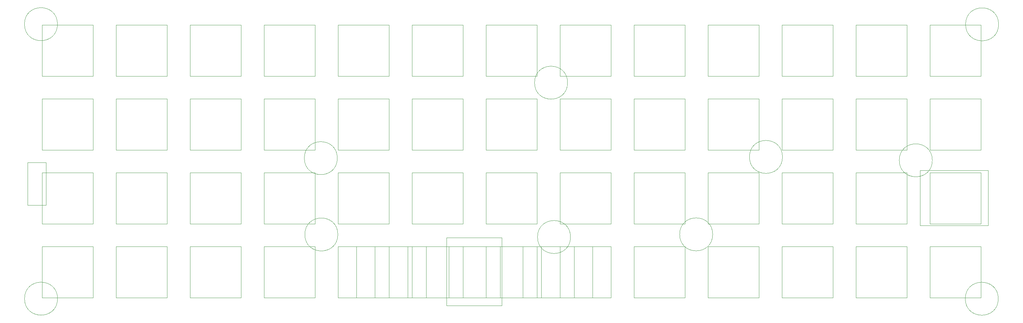
<source format=gbr>
G04 #@! TF.GenerationSoftware,KiCad,Pcbnew,(5.1.5-0-10_14)*
G04 #@! TF.CreationDate,2020-11-29T18:14:47+02:00*
G04 #@! TF.ProjectId,Louhi,4c6f7568-692e-46b6-9963-61645f706362,rev?*
G04 #@! TF.SameCoordinates,Original*
G04 #@! TF.FileFunction,Other,User*
%FSLAX46Y46*%
G04 Gerber Fmt 4.6, Leading zero omitted, Abs format (unit mm)*
G04 Created by KiCad (PCBNEW (5.1.5-0-10_14)) date 2020-11-29 18:14:47*
%MOMM*%
%LPD*%
G04 APERTURE LIST*
%ADD10C,0.050000*%
G04 APERTURE END LIST*
D10*
X82390000Y-95910000D02*
X82390000Y-106910000D01*
X87190000Y-95910000D02*
X82390000Y-95910000D01*
X87190000Y-106910000D02*
X87190000Y-95910000D01*
X82390000Y-106910000D02*
X87190000Y-106910000D01*
X276780000Y-94440000D02*
G75*
G03X276780000Y-94440000I-4250000J0D01*
G01*
X222210000Y-115100000D02*
G75*
G03X222210000Y-115100000I-4250000J0D01*
G01*
X162300000Y-114450000D02*
G75*
G03X162300000Y-114450000I-4250000J0D01*
G01*
X315360000Y-95320000D02*
G75*
G03X315360000Y-95320000I-4250000J0D01*
G01*
X258810000Y-114420000D02*
G75*
G03X258810000Y-114420000I-4250000J0D01*
G01*
X221450000Y-75290000D02*
G75*
G03X221450000Y-75290000I-4250000J0D01*
G01*
X162170000Y-94760000D02*
G75*
G03X162170000Y-94760000I-4250000J0D01*
G01*
X332350000Y-131020000D02*
G75*
G03X332350000Y-131020000I-4250000J0D01*
G01*
X332430000Y-60250000D02*
G75*
G03X332430000Y-60250000I-4250000J0D01*
G01*
X90130000Y-131000000D02*
G75*
G03X90130000Y-131000000I-4250000J0D01*
G01*
X90110000Y-60200000D02*
G75*
G03X90110000Y-60200000I-4250000J0D01*
G01*
X124210000Y-79442500D02*
X137410000Y-79442500D01*
X137410000Y-79442500D02*
X137410000Y-92642500D01*
X137410000Y-92642500D02*
X124210000Y-92642500D01*
X124210000Y-92642500D02*
X124210000Y-79442500D01*
X143260000Y-79442500D02*
X156460000Y-79442500D01*
X156460000Y-79442500D02*
X156460000Y-92642500D01*
X156460000Y-92642500D02*
X143260000Y-92642500D01*
X143260000Y-92642500D02*
X143260000Y-79442500D01*
X105160000Y-60392500D02*
X118360000Y-60392500D01*
X118360000Y-60392500D02*
X118360000Y-73592500D01*
X118360000Y-73592500D02*
X105160000Y-73592500D01*
X105160000Y-73592500D02*
X105160000Y-60392500D01*
X86110000Y-60392500D02*
X99310000Y-60392500D01*
X99310000Y-60392500D02*
X99310000Y-73592500D01*
X99310000Y-73592500D02*
X86110000Y-73592500D01*
X86110000Y-73592500D02*
X86110000Y-60392500D01*
X124210000Y-60392500D02*
X137410000Y-60392500D01*
X137410000Y-60392500D02*
X137410000Y-73592500D01*
X137410000Y-73592500D02*
X124210000Y-73592500D01*
X124210000Y-73592500D02*
X124210000Y-60392500D01*
X143260000Y-60392500D02*
X156460000Y-60392500D01*
X156460000Y-60392500D02*
X156460000Y-73592500D01*
X156460000Y-73592500D02*
X143260000Y-73592500D01*
X143260000Y-73592500D02*
X143260000Y-60392500D01*
X162310000Y-60392500D02*
X175510000Y-60392500D01*
X175510000Y-60392500D02*
X175510000Y-73592500D01*
X175510000Y-73592500D02*
X162310000Y-73592500D01*
X162310000Y-73592500D02*
X162310000Y-60392500D01*
X181360000Y-60392500D02*
X194560000Y-60392500D01*
X194560000Y-60392500D02*
X194560000Y-73592500D01*
X194560000Y-73592500D02*
X181360000Y-73592500D01*
X181360000Y-73592500D02*
X181360000Y-60392500D01*
X200410000Y-60392500D02*
X213610000Y-60392500D01*
X213610000Y-60392500D02*
X213610000Y-73592500D01*
X213610000Y-73592500D02*
X200410000Y-73592500D01*
X200410000Y-73592500D02*
X200410000Y-60392500D01*
X219460000Y-60392500D02*
X232660000Y-60392500D01*
X232660000Y-60392500D02*
X232660000Y-73592500D01*
X232660000Y-73592500D02*
X219460000Y-73592500D01*
X219460000Y-73592500D02*
X219460000Y-60392500D01*
X238510000Y-60392500D02*
X251710000Y-60392500D01*
X251710000Y-60392500D02*
X251710000Y-73592500D01*
X251710000Y-73592500D02*
X238510000Y-73592500D01*
X238510000Y-73592500D02*
X238510000Y-60392500D01*
X257560000Y-60392500D02*
X270760000Y-60392500D01*
X270760000Y-60392500D02*
X270760000Y-73592500D01*
X270760000Y-73592500D02*
X257560000Y-73592500D01*
X257560000Y-73592500D02*
X257560000Y-60392500D01*
X276610000Y-60392500D02*
X289810000Y-60392500D01*
X289810000Y-60392500D02*
X289810000Y-73592500D01*
X289810000Y-73592500D02*
X276610000Y-73592500D01*
X276610000Y-73592500D02*
X276610000Y-60392500D01*
X295660000Y-60392500D02*
X308860000Y-60392500D01*
X308860000Y-60392500D02*
X308860000Y-73592500D01*
X308860000Y-73592500D02*
X295660000Y-73592500D01*
X295660000Y-73592500D02*
X295660000Y-60392500D01*
X86110000Y-79442500D02*
X99310000Y-79442500D01*
X99310000Y-79442500D02*
X99310000Y-92642500D01*
X99310000Y-92642500D02*
X86110000Y-92642500D01*
X86110000Y-92642500D02*
X86110000Y-79442500D01*
X105160000Y-79442500D02*
X118360000Y-79442500D01*
X118360000Y-79442500D02*
X118360000Y-92642500D01*
X118360000Y-92642500D02*
X105160000Y-92642500D01*
X105160000Y-92642500D02*
X105160000Y-79442500D01*
X162310000Y-79442500D02*
X175510000Y-79442500D01*
X175510000Y-79442500D02*
X175510000Y-92642500D01*
X175510000Y-92642500D02*
X162310000Y-92642500D01*
X162310000Y-92642500D02*
X162310000Y-79442500D01*
X181360000Y-79442500D02*
X194560000Y-79442500D01*
X194560000Y-79442500D02*
X194560000Y-92642500D01*
X194560000Y-92642500D02*
X181360000Y-92642500D01*
X181360000Y-92642500D02*
X181360000Y-79442500D01*
X200410000Y-79442500D02*
X213610000Y-79442500D01*
X213610000Y-79442500D02*
X213610000Y-92642500D01*
X213610000Y-92642500D02*
X200410000Y-92642500D01*
X200410000Y-92642500D02*
X200410000Y-79442500D01*
X219460000Y-79442500D02*
X232660000Y-79442500D01*
X232660000Y-79442500D02*
X232660000Y-92642500D01*
X232660000Y-92642500D02*
X219460000Y-92642500D01*
X219460000Y-92642500D02*
X219460000Y-79442500D01*
X238510000Y-79442500D02*
X251710000Y-79442500D01*
X251710000Y-79442500D02*
X251710000Y-92642500D01*
X251710000Y-92642500D02*
X238510000Y-92642500D01*
X238510000Y-92642500D02*
X238510000Y-79442500D01*
X257560000Y-79442500D02*
X270760000Y-79442500D01*
X270760000Y-79442500D02*
X270760000Y-92642500D01*
X270760000Y-92642500D02*
X257560000Y-92642500D01*
X257560000Y-92642500D02*
X257560000Y-79442500D01*
X276610000Y-79442500D02*
X289810000Y-79442500D01*
X289810000Y-79442500D02*
X289810000Y-92642500D01*
X289810000Y-92642500D02*
X276610000Y-92642500D01*
X276610000Y-92642500D02*
X276610000Y-79442500D01*
X295660000Y-79442500D02*
X308860000Y-79442500D01*
X308860000Y-79442500D02*
X308860000Y-92642500D01*
X308860000Y-92642500D02*
X295660000Y-92642500D01*
X295660000Y-92642500D02*
X295660000Y-79442500D01*
X86110000Y-98492500D02*
X99310000Y-98492500D01*
X99310000Y-98492500D02*
X99310000Y-111692500D01*
X99310000Y-111692500D02*
X86110000Y-111692500D01*
X86110000Y-111692500D02*
X86110000Y-98492500D01*
X105160000Y-98492000D02*
X118360000Y-98492000D01*
X118360000Y-98492000D02*
X118360000Y-111692000D01*
X118360000Y-111692000D02*
X105160000Y-111692000D01*
X105160000Y-111692000D02*
X105160000Y-98492000D01*
X124210000Y-98492000D02*
X137410000Y-98492000D01*
X137410000Y-98492000D02*
X137410000Y-111692000D01*
X137410000Y-111692000D02*
X124210000Y-111692000D01*
X124210000Y-111692000D02*
X124210000Y-98492000D01*
X143260000Y-98492000D02*
X156460000Y-98492000D01*
X156460000Y-98492000D02*
X156460000Y-111692000D01*
X156460000Y-111692000D02*
X143260000Y-111692000D01*
X143260000Y-111692000D02*
X143260000Y-98492000D01*
X162310000Y-98492000D02*
X175510000Y-98492000D01*
X175510000Y-98492000D02*
X175510000Y-111692000D01*
X175510000Y-111692000D02*
X162310000Y-111692000D01*
X162310000Y-111692000D02*
X162310000Y-98492000D01*
X181360000Y-98492000D02*
X194560000Y-98492000D01*
X194560000Y-98492000D02*
X194560000Y-111692000D01*
X194560000Y-111692000D02*
X181360000Y-111692000D01*
X181360000Y-111692000D02*
X181360000Y-98492000D01*
X200410000Y-98492000D02*
X213610000Y-98492000D01*
X213610000Y-98492000D02*
X213610000Y-111692000D01*
X213610000Y-111692000D02*
X200410000Y-111692000D01*
X200410000Y-111692000D02*
X200410000Y-98492000D01*
X219460000Y-98492000D02*
X232660000Y-98492000D01*
X232660000Y-98492000D02*
X232660000Y-111692000D01*
X232660000Y-111692000D02*
X219460000Y-111692000D01*
X219460000Y-111692000D02*
X219460000Y-98492000D01*
X238510000Y-98492000D02*
X251710000Y-98492000D01*
X251710000Y-98492000D02*
X251710000Y-111692000D01*
X251710000Y-111692000D02*
X238510000Y-111692000D01*
X238510000Y-111692000D02*
X238510000Y-98492000D01*
X257560000Y-98492000D02*
X270760000Y-98492000D01*
X270760000Y-98492000D02*
X270760000Y-111692000D01*
X270760000Y-111692000D02*
X257560000Y-111692000D01*
X257560000Y-111692000D02*
X257560000Y-98492000D01*
X276610000Y-98492000D02*
X289810000Y-98492000D01*
X289810000Y-98492000D02*
X289810000Y-111692000D01*
X289810000Y-111692000D02*
X276610000Y-111692000D01*
X276610000Y-111692000D02*
X276610000Y-98492000D01*
X295660000Y-98492000D02*
X308860000Y-98492000D01*
X308860000Y-98492000D02*
X308860000Y-111692000D01*
X308860000Y-111692000D02*
X295660000Y-111692000D01*
X295660000Y-111692000D02*
X295660000Y-98492000D01*
X86110000Y-117542000D02*
X99310000Y-117542000D01*
X99310000Y-117542000D02*
X99310000Y-130742000D01*
X99310000Y-130742000D02*
X86110000Y-130742000D01*
X86110000Y-130742000D02*
X86110000Y-117542000D01*
X105160000Y-117542000D02*
X118360000Y-117542000D01*
X118360000Y-117542000D02*
X118360000Y-130742000D01*
X118360000Y-130742000D02*
X105160000Y-130742000D01*
X105160000Y-130742000D02*
X105160000Y-117542000D01*
X124210000Y-117542000D02*
X137410000Y-117542000D01*
X137410000Y-117542000D02*
X137410000Y-130742000D01*
X137410000Y-130742000D02*
X124210000Y-130742000D01*
X124210000Y-130742000D02*
X124210000Y-117542000D01*
X143260000Y-117542000D02*
X156460000Y-117542000D01*
X156460000Y-117542000D02*
X156460000Y-130742000D01*
X156460000Y-130742000D02*
X143260000Y-130742000D01*
X143260000Y-130742000D02*
X143260000Y-117542000D01*
X219460000Y-117542500D02*
X232660000Y-117542500D01*
X232660000Y-117542500D02*
X232660000Y-130742500D01*
X232660000Y-130742500D02*
X219460000Y-130742500D01*
X219460000Y-130742500D02*
X219460000Y-117542500D01*
X238510000Y-117542500D02*
X251710000Y-117542500D01*
X251710000Y-117542500D02*
X251710000Y-130742500D01*
X251710000Y-130742500D02*
X238510000Y-130742500D01*
X238510000Y-130742500D02*
X238510000Y-117542500D01*
X257560000Y-117542000D02*
X270760000Y-117542000D01*
X270760000Y-117542000D02*
X270760000Y-130742000D01*
X270760000Y-130742000D02*
X257560000Y-130742000D01*
X257560000Y-130742000D02*
X257560000Y-117542000D01*
X276610000Y-117542500D02*
X289810000Y-117542500D01*
X289810000Y-117542500D02*
X289810000Y-130742500D01*
X289810000Y-130742500D02*
X276610000Y-130742500D01*
X276610000Y-130742500D02*
X276610000Y-117542500D01*
X295660000Y-117542500D02*
X308860000Y-117542500D01*
X308860000Y-117542500D02*
X308860000Y-130742500D01*
X308860000Y-130742500D02*
X295660000Y-130742500D01*
X295660000Y-130742500D02*
X295660000Y-117542500D01*
X314710000Y-117542500D02*
X327910000Y-117542500D01*
X327910000Y-117542500D02*
X327910000Y-130742500D01*
X327910000Y-130742500D02*
X314710000Y-130742500D01*
X314710000Y-130742500D02*
X314710000Y-117542500D01*
X167072500Y-117542500D02*
X180272500Y-117542500D01*
X180272500Y-117542500D02*
X180272500Y-130742500D01*
X180272500Y-130742500D02*
X167072500Y-130742500D01*
X167072500Y-130742500D02*
X167072500Y-117542500D01*
X162310000Y-117542000D02*
X175510000Y-117542000D01*
X175510000Y-117542000D02*
X175510000Y-130742000D01*
X175510000Y-130742000D02*
X162310000Y-130742000D01*
X162310000Y-130742000D02*
X162310000Y-117542000D01*
X185020000Y-130780000D02*
X171820000Y-130780000D01*
X171820000Y-130780000D02*
X171820000Y-117580000D01*
X171820000Y-117580000D02*
X185020000Y-117580000D01*
X185020000Y-117580000D02*
X185020000Y-130780000D01*
X181360000Y-117542500D02*
X194560000Y-117542500D01*
X194560000Y-117542500D02*
X194560000Y-130742500D01*
X194560000Y-130742500D02*
X181360000Y-130742500D01*
X181360000Y-130742500D02*
X181360000Y-117542500D01*
X204080000Y-130770000D02*
X190880000Y-130770000D01*
X190880000Y-130770000D02*
X190880000Y-117570000D01*
X190880000Y-117570000D02*
X204080000Y-117570000D01*
X204080000Y-117570000D02*
X204080000Y-130770000D01*
X214697500Y-117542500D02*
X227897500Y-117542500D01*
X227897500Y-117542500D02*
X227897500Y-130742500D01*
X227897500Y-130742500D02*
X214697500Y-130742500D01*
X214697500Y-130742500D02*
X214697500Y-117542500D01*
X200410000Y-117542500D02*
X213610000Y-117542500D01*
X213610000Y-117542500D02*
X213610000Y-130742500D01*
X213610000Y-130742500D02*
X200410000Y-130742500D01*
X200410000Y-130742500D02*
X200410000Y-117542500D01*
X223130000Y-130750000D02*
X209930000Y-130750000D01*
X209930000Y-130750000D02*
X209930000Y-117550000D01*
X209930000Y-117550000D02*
X223130000Y-117550000D01*
X223130000Y-117550000D02*
X223130000Y-130750000D01*
X314710000Y-60392500D02*
X327910000Y-60392500D01*
X327910000Y-60392500D02*
X327910000Y-73592500D01*
X327910000Y-73592500D02*
X314710000Y-73592500D01*
X314710000Y-73592500D02*
X314710000Y-60392500D01*
X314710000Y-79442500D02*
X327910000Y-79442500D01*
X327910000Y-79442500D02*
X327910000Y-92642500D01*
X327910000Y-92642500D02*
X314710000Y-92642500D01*
X314710000Y-92642500D02*
X314710000Y-79442500D01*
X314710000Y-98492500D02*
X327910000Y-98492500D01*
X327910000Y-98492500D02*
X327910000Y-111692500D01*
X327910000Y-111692500D02*
X314710000Y-111692500D01*
X314710000Y-111692500D02*
X314710000Y-98492500D01*
X329730000Y-112140000D02*
X312230000Y-112140000D01*
X329730000Y-112140000D02*
X329730000Y-97940000D01*
X312230000Y-97940000D02*
X312230000Y-112140000D01*
X312230000Y-97940000D02*
X329730000Y-97940000D01*
X190290000Y-132770000D02*
X190290000Y-115270000D01*
X190290000Y-132770000D02*
X204490000Y-132770000D01*
X204490000Y-115270000D02*
X190290000Y-115270000D01*
X204490000Y-115270000D02*
X204490000Y-132770000D01*
M02*

</source>
